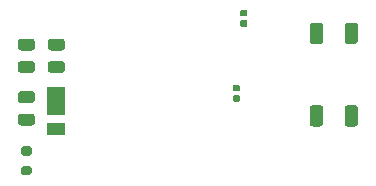
<source format=gbp>
G04 #@! TF.GenerationSoftware,KiCad,Pcbnew,(5.1.10)-1*
G04 #@! TF.CreationDate,2022-01-17T16:27:26-05:00*
G04 #@! TF.ProjectId,breakoutboard-2,62726561-6b6f-4757-9462-6f6172642d32,rev?*
G04 #@! TF.SameCoordinates,Original*
G04 #@! TF.FileFunction,Paste,Bot*
G04 #@! TF.FilePolarity,Positive*
%FSLAX46Y46*%
G04 Gerber Fmt 4.6, Leading zero omitted, Abs format (unit mm)*
G04 Created by KiCad (PCBNEW (5.1.10)-1) date 2022-01-17 16:27:26*
%MOMM*%
%LPD*%
G01*
G04 APERTURE LIST*
%ADD10R,1.500000X2.400000*%
%ADD11R,1.500000X1.050000*%
G04 APERTURE END LIST*
D10*
X154940000Y-104775000D03*
D11*
X154940000Y-107149999D03*
G36*
G01*
X155415000Y-102415000D02*
X154465000Y-102415000D01*
G75*
G02*
X154215000Y-102165000I0J250000D01*
G01*
X154215000Y-101665000D01*
G75*
G02*
X154465000Y-101415000I250000J0D01*
G01*
X155415000Y-101415000D01*
G75*
G02*
X155665000Y-101665000I0J-250000D01*
G01*
X155665000Y-102165000D01*
G75*
G02*
X155415000Y-102415000I-250000J0D01*
G01*
G37*
G36*
G01*
X155415000Y-100515000D02*
X154465000Y-100515000D01*
G75*
G02*
X154215000Y-100265000I0J250000D01*
G01*
X154215000Y-99765000D01*
G75*
G02*
X154465000Y-99515000I250000J0D01*
G01*
X155415000Y-99515000D01*
G75*
G02*
X155665000Y-99765000I0J-250000D01*
G01*
X155665000Y-100265000D01*
G75*
G02*
X155415000Y-100515000I-250000J0D01*
G01*
G37*
G36*
G01*
X152875000Y-100515000D02*
X151925000Y-100515000D01*
G75*
G02*
X151675000Y-100265000I0J250000D01*
G01*
X151675000Y-99765000D01*
G75*
G02*
X151925000Y-99515000I250000J0D01*
G01*
X152875000Y-99515000D01*
G75*
G02*
X153125000Y-99765000I0J-250000D01*
G01*
X153125000Y-100265000D01*
G75*
G02*
X152875000Y-100515000I-250000J0D01*
G01*
G37*
G36*
G01*
X152875000Y-102415000D02*
X151925000Y-102415000D01*
G75*
G02*
X151675000Y-102165000I0J250000D01*
G01*
X151675000Y-101665000D01*
G75*
G02*
X151925000Y-101415000I250000J0D01*
G01*
X152875000Y-101415000D01*
G75*
G02*
X153125000Y-101665000I0J-250000D01*
G01*
X153125000Y-102165000D01*
G75*
G02*
X152875000Y-102415000I-250000J0D01*
G01*
G37*
G36*
G01*
X152875000Y-104960000D02*
X151925000Y-104960000D01*
G75*
G02*
X151675000Y-104710000I0J250000D01*
G01*
X151675000Y-104210000D01*
G75*
G02*
X151925000Y-103960000I250000J0D01*
G01*
X152875000Y-103960000D01*
G75*
G02*
X153125000Y-104210000I0J-250000D01*
G01*
X153125000Y-104710000D01*
G75*
G02*
X152875000Y-104960000I-250000J0D01*
G01*
G37*
G36*
G01*
X152875000Y-106860000D02*
X151925000Y-106860000D01*
G75*
G02*
X151675000Y-106610000I0J250000D01*
G01*
X151675000Y-106110000D01*
G75*
G02*
X151925000Y-105860000I250000J0D01*
G01*
X152875000Y-105860000D01*
G75*
G02*
X153125000Y-106110000I0J-250000D01*
G01*
X153125000Y-106610000D01*
G75*
G02*
X152875000Y-106860000I-250000J0D01*
G01*
G37*
G36*
G01*
X171039400Y-97630000D02*
X170590600Y-97630000D01*
G75*
G02*
X170515000Y-97554400I0J75600D01*
G01*
X170515000Y-97165600D01*
G75*
G02*
X170590600Y-97090000I75600J0D01*
G01*
X171039400Y-97090000D01*
G75*
G02*
X171115000Y-97165600I0J-75600D01*
G01*
X171115000Y-97554400D01*
G75*
G02*
X171039400Y-97630000I-75600J0D01*
G01*
G37*
G36*
G01*
X171039400Y-98490000D02*
X170590600Y-98490000D01*
G75*
G02*
X170515000Y-98414400I0J75600D01*
G01*
X170515000Y-98025600D01*
G75*
G02*
X170590600Y-97950000I75600J0D01*
G01*
X171039400Y-97950000D01*
G75*
G02*
X171115000Y-98025600I0J-75600D01*
G01*
X171115000Y-98414400D01*
G75*
G02*
X171039400Y-98490000I-75600J0D01*
G01*
G37*
G36*
G01*
X179335000Y-99710001D02*
X179335000Y-98409999D01*
G75*
G02*
X179584999Y-98160000I249999J0D01*
G01*
X180235001Y-98160000D01*
G75*
G02*
X180485000Y-98409999I0J-249999D01*
G01*
X180485000Y-99710001D01*
G75*
G02*
X180235001Y-99960000I-249999J0D01*
G01*
X179584999Y-99960000D01*
G75*
G02*
X179335000Y-99710001I0J249999D01*
G01*
G37*
G36*
G01*
X176385000Y-99710001D02*
X176385000Y-98409999D01*
G75*
G02*
X176634999Y-98160000I249999J0D01*
G01*
X177285001Y-98160000D01*
G75*
G02*
X177535000Y-98409999I0J-249999D01*
G01*
X177535000Y-99710001D01*
G75*
G02*
X177285001Y-99960000I-249999J0D01*
G01*
X176634999Y-99960000D01*
G75*
G02*
X176385000Y-99710001I0J249999D01*
G01*
G37*
G36*
G01*
X176385000Y-106695001D02*
X176385000Y-105394999D01*
G75*
G02*
X176634999Y-105145000I249999J0D01*
G01*
X177285001Y-105145000D01*
G75*
G02*
X177535000Y-105394999I0J-249999D01*
G01*
X177535000Y-106695001D01*
G75*
G02*
X177285001Y-106945000I-249999J0D01*
G01*
X176634999Y-106945000D01*
G75*
G02*
X176385000Y-106695001I0J249999D01*
G01*
G37*
G36*
G01*
X179335000Y-106695001D02*
X179335000Y-105394999D01*
G75*
G02*
X179584999Y-105145000I249999J0D01*
G01*
X180235001Y-105145000D01*
G75*
G02*
X180485000Y-105394999I0J-249999D01*
G01*
X180485000Y-106695001D01*
G75*
G02*
X180235001Y-106945000I-249999J0D01*
G01*
X179584999Y-106945000D01*
G75*
G02*
X179335000Y-106695001I0J249999D01*
G01*
G37*
G36*
G01*
X170404400Y-104840000D02*
X169955600Y-104840000D01*
G75*
G02*
X169880000Y-104764400I0J75600D01*
G01*
X169880000Y-104375600D01*
G75*
G02*
X169955600Y-104300000I75600J0D01*
G01*
X170404400Y-104300000D01*
G75*
G02*
X170480000Y-104375600I0J-75600D01*
G01*
X170480000Y-104764400D01*
G75*
G02*
X170404400Y-104840000I-75600J0D01*
G01*
G37*
G36*
G01*
X170404400Y-103980000D02*
X169955600Y-103980000D01*
G75*
G02*
X169880000Y-103904400I0J75600D01*
G01*
X169880000Y-103515600D01*
G75*
G02*
X169955600Y-103440000I75600J0D01*
G01*
X170404400Y-103440000D01*
G75*
G02*
X170480000Y-103515600I0J-75600D01*
G01*
X170480000Y-103904400D01*
G75*
G02*
X170404400Y-103980000I-75600J0D01*
G01*
G37*
G36*
G01*
X152125000Y-108630000D02*
X152675000Y-108630000D01*
G75*
G02*
X152875000Y-108830000I0J-200000D01*
G01*
X152875000Y-109230000D01*
G75*
G02*
X152675000Y-109430000I-200000J0D01*
G01*
X152125000Y-109430000D01*
G75*
G02*
X151925000Y-109230000I0J200000D01*
G01*
X151925000Y-108830000D01*
G75*
G02*
X152125000Y-108630000I200000J0D01*
G01*
G37*
G36*
G01*
X152125000Y-110280000D02*
X152675000Y-110280000D01*
G75*
G02*
X152875000Y-110480000I0J-200000D01*
G01*
X152875000Y-110880000D01*
G75*
G02*
X152675000Y-111080000I-200000J0D01*
G01*
X152125000Y-111080000D01*
G75*
G02*
X151925000Y-110880000I0J200000D01*
G01*
X151925000Y-110480000D01*
G75*
G02*
X152125000Y-110280000I200000J0D01*
G01*
G37*
M02*

</source>
